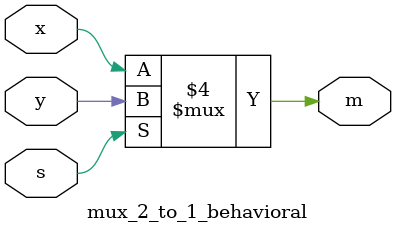
<source format=v>
module mux_2_to_1_behavioral(input x, input y, input s, output m);
	reg m;

	always @(x or y or s) begin
		if (s == 0) begin
			m = x;
		end
		else begin
			m = y;
		end
	end
endmodule
</source>
